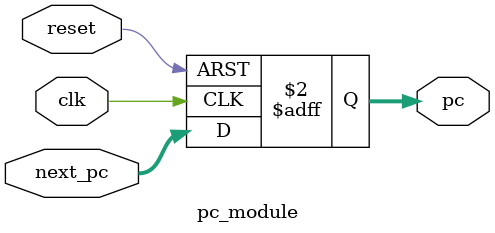
<source format=v>
module pc_module(
  input  wire        clk,
    input  wire        reset,
    input  wire [31:0] next_pc,
    output reg  [31:0] pc
    );
     // PC stores state → updates only on clock or reset
    always @(posedge clk or posedge reset) begin
        if (reset)
            pc <= 32'b0;      // On reset, start at address 0
        else
            pc <= next_pc;    // On every clock, load next PC
    end

endmodule

</source>
